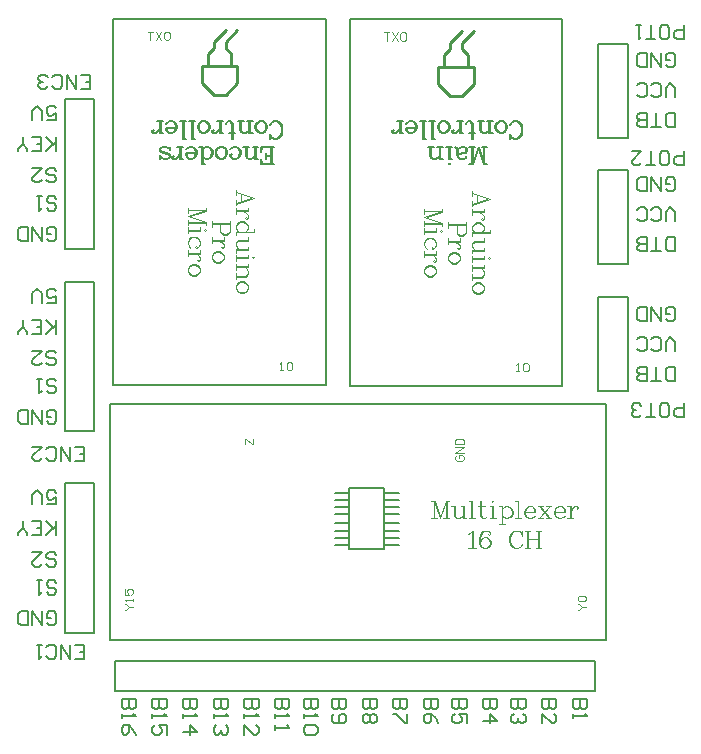
<source format=gto>
G04*
G04 #@! TF.GenerationSoftware,Altium Limited,Altium Designer,20.1.8 (145)*
G04*
G04 Layer_Color=65535*
%FSLAX25Y25*%
%MOIN*%
G70*
G04*
G04 #@! TF.SameCoordinates,D239A609-AEFB-48DA-8D67-1FFB9F5ED150*
G04*
G04*
G04 #@! TF.FilePolarity,Positive*
G04*
G01*
G75*
%ADD10C,0.00787*%
%ADD11C,0.01000*%
%ADD12C,0.00394*%
%ADD13C,0.00591*%
D10*
X40354Y40354D02*
Y119095D01*
Y40354D02*
X205709D01*
X40354Y119095D02*
X205709D01*
Y40354D02*
Y119095D01*
X119882Y70669D02*
Y91142D01*
X131693Y70669D02*
Y91142D01*
X119882Y70669D02*
X131693D01*
X115157Y72244D02*
X119882D01*
X131693D02*
X136417D01*
X115157Y79331D02*
X119882D01*
X115157Y76968D02*
X119882D01*
X115157Y74606D02*
X119882D01*
X131693Y79331D02*
X136417D01*
X131693Y76968D02*
X136417D01*
X131693Y74606D02*
X136417D01*
X115157Y87205D02*
X119882D01*
X115157Y84842D02*
X119882D01*
X115157Y82480D02*
X119882D01*
X131693Y87205D02*
X136417D01*
X131693Y84842D02*
X136417D01*
X131693Y82480D02*
X136417D01*
X119882Y91142D02*
X131693D01*
X115157Y89567D02*
X119882D01*
X131693D02*
X136417D01*
X190945Y125276D02*
Y247323D01*
X120079Y125276D02*
X190945D01*
X120079D02*
Y247323D01*
X190945D01*
X41339Y247638D02*
X112205D01*
X41339Y125591D02*
Y247638D01*
Y125591D02*
X112205D01*
Y247638D01*
X41732Y23543D02*
X201850D01*
Y33543D01*
X41732D02*
X201850D01*
X41732Y23543D02*
Y33543D01*
X25276Y42835D02*
Y92716D01*
Y42835D02*
X35000D01*
Y92716D01*
X25276D02*
X35000D01*
X25276Y170866D02*
Y220748D01*
Y170866D02*
X35000D01*
Y220748D01*
X25276D02*
X35000D01*
X203000Y123465D02*
X213000D01*
X203000D02*
Y154764D01*
X213000D01*
Y123465D02*
Y154764D01*
X203000Y165701D02*
X213000D01*
X203000D02*
Y197000D01*
X213000D01*
Y165701D02*
Y197000D01*
X25276Y110000D02*
Y159882D01*
Y110000D02*
X35000D01*
Y159882D01*
X25276D02*
X35000D01*
X203000Y207701D02*
X213000D01*
X203000D02*
Y239000D01*
X213000D01*
Y207701D02*
Y239000D01*
X188975Y20669D02*
X184252D01*
Y18308D01*
X185039Y17521D01*
X185826D01*
X186613Y18308D01*
Y20669D01*
Y18308D01*
X187400Y17521D01*
X188188D01*
X188975Y18308D01*
Y20669D01*
X184252Y12798D02*
Y15947D01*
X187400Y12798D01*
X188188D01*
X188975Y13585D01*
Y15159D01*
X188188Y15947D01*
X199211Y20669D02*
X194488D01*
Y18308D01*
X195275Y17521D01*
X196062D01*
X196850Y18308D01*
Y20669D01*
Y18308D01*
X197637Y17521D01*
X198424D01*
X199211Y18308D01*
Y20669D01*
X194488Y15947D02*
Y14372D01*
Y15159D01*
X199211D01*
X198424Y15947D01*
X178739Y20669D02*
X174016D01*
Y18308D01*
X174803Y17521D01*
X175590D01*
X176377Y18308D01*
Y20669D01*
Y18308D01*
X177164Y17521D01*
X177952D01*
X178739Y18308D01*
Y20669D01*
X177952Y15947D02*
X178739Y15159D01*
Y13585D01*
X177952Y12798D01*
X177164D01*
X176377Y13585D01*
Y14372D01*
Y13585D01*
X175590Y12798D01*
X174803D01*
X174016Y13585D01*
Y15159D01*
X174803Y15947D01*
X159054Y20669D02*
X154331D01*
Y18308D01*
X155118Y17521D01*
X155905D01*
X156692Y18308D01*
Y20669D01*
Y18308D01*
X157479Y17521D01*
X158266D01*
X159054Y18308D01*
Y20669D01*
Y12798D02*
Y15946D01*
X156692D01*
X157479Y14372D01*
Y13585D01*
X156692Y12798D01*
X155118D01*
X154331Y13585D01*
Y15159D01*
X155118Y15946D01*
X169290Y20669D02*
X164567D01*
Y18308D01*
X165354Y17521D01*
X166141D01*
X166928Y18308D01*
Y20669D01*
Y18308D01*
X167716Y17521D01*
X168503D01*
X169290Y18308D01*
Y20669D01*
X164567Y13585D02*
X169290D01*
X166928Y15946D01*
Y12798D01*
X139368Y20669D02*
X134646D01*
Y18308D01*
X135433Y17521D01*
X136220D01*
X137007Y18308D01*
Y20669D01*
Y18308D01*
X137794Y17521D01*
X138581D01*
X139368Y18308D01*
Y20669D01*
Y15946D02*
Y12798D01*
X138581D01*
X135433Y15946D01*
X134646D01*
X149605Y20669D02*
X144882D01*
Y18308D01*
X145669Y17521D01*
X146456D01*
X147243Y18308D01*
Y20669D01*
Y18308D01*
X148030Y17521D01*
X148818D01*
X149605Y18308D01*
Y20669D01*
Y12798D02*
X148818Y14372D01*
X147243Y15946D01*
X145669D01*
X144882Y15159D01*
Y13585D01*
X145669Y12798D01*
X146456D01*
X147243Y13585D01*
Y15946D01*
X129132Y20669D02*
X124409D01*
Y18308D01*
X125197Y17521D01*
X125984D01*
X126771Y18308D01*
Y20669D01*
Y18308D01*
X127558Y17521D01*
X128345D01*
X129132Y18308D01*
Y20669D01*
X128345Y15946D02*
X129132Y15159D01*
Y13585D01*
X128345Y12798D01*
X127558D01*
X126771Y13585D01*
X125984Y12798D01*
X125197D01*
X124409Y13585D01*
Y15159D01*
X125197Y15946D01*
X125984D01*
X126771Y15159D01*
X127558Y15946D01*
X128345D01*
X126771Y15159D02*
Y13585D01*
X109447Y20669D02*
X104724D01*
Y18308D01*
X105512Y17521D01*
X106299D01*
X107086Y18308D01*
Y20669D01*
Y18308D01*
X107873Y17521D01*
X108660D01*
X109447Y18308D01*
Y20669D01*
X104724Y15946D02*
Y14372D01*
Y15159D01*
X109447D01*
X108660Y15946D01*
Y12011D02*
X109447Y11224D01*
Y9649D01*
X108660Y8862D01*
X105512D01*
X104724Y9649D01*
Y11224D01*
X105512Y12011D01*
X108660D01*
X118896Y20669D02*
X114173D01*
Y18308D01*
X114960Y17521D01*
X115747D01*
X116535Y18308D01*
Y20669D01*
Y18308D01*
X117322Y17521D01*
X118109D01*
X118896Y18308D01*
Y20669D01*
X114960Y15946D02*
X114173Y15159D01*
Y13585D01*
X114960Y12798D01*
X118109D01*
X118896Y13585D01*
Y15159D01*
X118109Y15946D01*
X117322D01*
X116535Y15159D01*
Y12798D01*
X89762Y20669D02*
X85039D01*
Y18308D01*
X85826Y17521D01*
X86614D01*
X87401Y18308D01*
Y20669D01*
Y18308D01*
X88188Y17521D01*
X88975D01*
X89762Y18308D01*
Y20669D01*
X85039Y15946D02*
Y14372D01*
Y15159D01*
X89762D01*
X88975Y15946D01*
X85039Y8862D02*
Y12011D01*
X88188Y8862D01*
X88975D01*
X89762Y9649D01*
Y11224D01*
X88975Y12011D01*
X99998Y20669D02*
X95276D01*
Y18308D01*
X96063Y17521D01*
X96850D01*
X97637Y18308D01*
Y20669D01*
Y18308D01*
X98424Y17521D01*
X99211D01*
X99998Y18308D01*
Y20669D01*
X95276Y15946D02*
Y14372D01*
Y15159D01*
X99998D01*
X99211Y15946D01*
X95276Y12011D02*
Y10436D01*
Y11224D01*
X99998D01*
X99211Y12011D01*
X79526Y20669D02*
X74803D01*
Y18308D01*
X75590Y17521D01*
X76377D01*
X77165Y18308D01*
Y20669D01*
Y18308D01*
X77952Y17521D01*
X78739D01*
X79526Y18308D01*
Y20669D01*
X74803Y15946D02*
Y14372D01*
Y15159D01*
X79526D01*
X78739Y15946D01*
Y12011D02*
X79526Y11224D01*
Y9649D01*
X78739Y8862D01*
X77952D01*
X77165Y9649D01*
Y10436D01*
Y9649D01*
X76377Y8862D01*
X75590D01*
X74803Y9649D01*
Y11224D01*
X75590Y12011D01*
X69290Y20669D02*
X64567D01*
Y18308D01*
X65354Y17521D01*
X66141D01*
X66928Y18308D01*
Y20669D01*
Y18308D01*
X67716Y17521D01*
X68503D01*
X69290Y18308D01*
Y20669D01*
X64567Y15946D02*
Y14372D01*
Y15159D01*
X69290D01*
X68503Y15946D01*
X64567Y9649D02*
X69290D01*
X66928Y12011D01*
Y8862D01*
X59054Y20669D02*
X54331D01*
Y18308D01*
X55118Y17521D01*
X55905D01*
X56692Y18308D01*
Y20669D01*
Y18308D01*
X57479Y17521D01*
X58267D01*
X59054Y18308D01*
Y20669D01*
X54331Y15946D02*
Y14372D01*
Y15159D01*
X59054D01*
X58267Y15946D01*
X59054Y8862D02*
Y12011D01*
X56692D01*
X57479Y10436D01*
Y9649D01*
X56692Y8862D01*
X55118D01*
X54331Y9649D01*
Y11224D01*
X55118Y12011D01*
X48817Y20669D02*
X44094D01*
Y18308D01*
X44882Y17521D01*
X45669D01*
X46456Y18308D01*
Y20669D01*
Y18308D01*
X47243Y17521D01*
X48030D01*
X48817Y18308D01*
Y20669D01*
X44094Y15946D02*
Y14372D01*
Y15159D01*
X48817D01*
X48030Y15946D01*
X48817Y8862D02*
X48030Y10436D01*
X46456Y12011D01*
X44882D01*
X44094Y11224D01*
Y9649D01*
X44882Y8862D01*
X45669D01*
X46456Y9649D01*
Y12011D01*
X19068Y46154D02*
X19856Y45367D01*
X21430D01*
X22217Y46154D01*
Y49303D01*
X21430Y50090D01*
X19856D01*
X19068Y49303D01*
Y47728D01*
X20643D01*
X17494Y50090D02*
Y45367D01*
X14345Y50090D01*
Y45367D01*
X12771D02*
Y50090D01*
X10410D01*
X9623Y49303D01*
Y46154D01*
X10410Y45367D01*
X12771D01*
X19069Y56390D02*
X19856Y55603D01*
X21430D01*
X22218Y56390D01*
Y57177D01*
X21430Y57964D01*
X19856D01*
X19069Y58751D01*
Y59539D01*
X19856Y60326D01*
X21430D01*
X22218Y59539D01*
X17495Y60326D02*
X15920D01*
X16707D01*
Y55603D01*
X17495Y56390D01*
X19024Y65738D02*
X19811Y64951D01*
X21385D01*
X22173Y65738D01*
Y66525D01*
X21385Y67312D01*
X19811D01*
X19024Y68099D01*
Y68886D01*
X19811Y69673D01*
X21385D01*
X22173Y68886D01*
X14301Y69673D02*
X17450D01*
X14301Y66525D01*
Y65738D01*
X15088Y64951D01*
X16662D01*
X17450Y65738D01*
X22100Y75317D02*
Y80040D01*
Y78465D01*
X18951Y75317D01*
X21313Y77678D01*
X18951Y80040D01*
X14229Y75317D02*
X17377D01*
Y80040D01*
X14229D01*
X17377Y77678D02*
X15803D01*
X12654Y75317D02*
Y76104D01*
X11080Y77678D01*
X9506Y76104D01*
Y75317D01*
X11080Y77678D02*
Y80040D01*
X19096Y85679D02*
X22245D01*
Y88041D01*
X20671Y87253D01*
X19883D01*
X19096Y88041D01*
Y89615D01*
X19883Y90402D01*
X21458D01*
X22245Y89615D01*
X17522Y85679D02*
Y88828D01*
X15948Y90402D01*
X14373Y88828D01*
Y85679D01*
X19068Y174186D02*
X19855Y173399D01*
X21430D01*
X22217Y174186D01*
Y177334D01*
X21430Y178122D01*
X19855D01*
X19068Y177334D01*
Y175760D01*
X20643D01*
X17494Y178122D02*
Y173399D01*
X14345Y178122D01*
Y173399D01*
X12771D02*
Y178122D01*
X10410D01*
X9623Y177334D01*
Y174186D01*
X10410Y173399D01*
X12771D01*
X19069Y184422D02*
X19856Y183634D01*
X21430D01*
X22218Y184422D01*
Y185209D01*
X21430Y185996D01*
X19856D01*
X19069Y186783D01*
Y187570D01*
X19856Y188357D01*
X21430D01*
X22218Y187570D01*
X17495Y188357D02*
X15920D01*
X16707D01*
Y183634D01*
X17495Y184422D01*
X19024Y193769D02*
X19811Y192982D01*
X21385D01*
X22173Y193769D01*
Y194556D01*
X21385Y195343D01*
X19811D01*
X19024Y196131D01*
Y196918D01*
X19811Y197705D01*
X21385D01*
X22173Y196918D01*
X14301Y197705D02*
X17450D01*
X14301Y194556D01*
Y193769D01*
X15088Y192982D01*
X16662D01*
X17450Y193769D01*
X22100Y203348D02*
Y208071D01*
Y206497D01*
X18951Y203348D01*
X21313Y205710D01*
X18951Y208071D01*
X14229Y203348D02*
X17377D01*
Y208071D01*
X14229D01*
X17377Y205710D02*
X15803D01*
X12654Y203348D02*
Y204135D01*
X11080Y205710D01*
X9506Y204135D01*
Y203348D01*
X11080Y205710D02*
Y208071D01*
X19096Y213711D02*
X22245D01*
Y216072D01*
X20671Y215285D01*
X19883D01*
X19096Y216072D01*
Y217646D01*
X19883Y218433D01*
X21458D01*
X22245Y217646D01*
X17522Y213711D02*
Y216859D01*
X15948Y218433D01*
X14373Y216859D01*
Y213711D01*
X228551Y126710D02*
Y131433D01*
X226190D01*
X225403Y130646D01*
Y127497D01*
X226190Y126710D01*
X228551D01*
X223828D02*
X220680D01*
X222254D01*
Y131433D01*
X219105Y126710D02*
Y131433D01*
X216744D01*
X215957Y130646D01*
Y129859D01*
X216744Y129072D01*
X219105D01*
X216744D01*
X215957Y128285D01*
Y127497D01*
X216744Y126710D01*
X219105D01*
X225403Y147497D02*
X226190Y146710D01*
X227764D01*
X228551Y147497D01*
Y150646D01*
X227764Y151433D01*
X226190D01*
X225403Y150646D01*
Y149072D01*
X226977D01*
X223828Y151433D02*
Y146710D01*
X220680Y151433D01*
Y146710D01*
X219105D02*
Y151433D01*
X216744D01*
X215957Y150646D01*
Y147497D01*
X216744Y146710D01*
X219105D01*
X228551Y136710D02*
Y139859D01*
X226977Y141433D01*
X225403Y139859D01*
Y136710D01*
X220680Y137497D02*
X221467Y136710D01*
X223041D01*
X223828Y137497D01*
Y140646D01*
X223041Y141433D01*
X221467D01*
X220680Y140646D01*
X215957Y137497D02*
X216744Y136710D01*
X218318D01*
X219105Y137497D01*
Y140646D01*
X218318Y141433D01*
X216744D01*
X215957Y140646D01*
X228551Y170017D02*
Y174740D01*
X226190D01*
X225403Y173953D01*
Y170804D01*
X226190Y170017D01*
X228551D01*
X223828D02*
X220680D01*
X222254D01*
Y174740D01*
X219105Y170017D02*
Y174740D01*
X216744D01*
X215957Y173953D01*
Y173166D01*
X216744Y172379D01*
X219105D01*
X216744D01*
X215957Y171592D01*
Y170804D01*
X216744Y170017D01*
X219105D01*
X225403Y190804D02*
X226190Y190017D01*
X227764D01*
X228551Y190804D01*
Y193953D01*
X227764Y194740D01*
X226190D01*
X225403Y193953D01*
Y192379D01*
X226977D01*
X223828Y194740D02*
Y190017D01*
X220680Y194740D01*
Y190017D01*
X219105D02*
Y194740D01*
X216744D01*
X215957Y193953D01*
Y190804D01*
X216744Y190017D01*
X219105D01*
X228551Y180017D02*
Y183166D01*
X226977Y184740D01*
X225403Y183166D01*
Y180017D01*
X220680Y180804D02*
X221467Y180017D01*
X223041D01*
X223828Y180804D01*
Y183953D01*
X223041Y184740D01*
X221467D01*
X220680Y183953D01*
X215957Y180804D02*
X216744Y180017D01*
X218318D01*
X219105Y180804D01*
Y183953D01*
X218318Y184740D01*
X216744D01*
X215957Y183953D01*
X19068Y113320D02*
X19856Y112532D01*
X21430D01*
X22217Y113320D01*
Y116468D01*
X21430Y117255D01*
X19856D01*
X19068Y116468D01*
Y114894D01*
X20643D01*
X17494Y117255D02*
Y112532D01*
X14346Y117255D01*
Y112532D01*
X12771D02*
Y117255D01*
X10410D01*
X9623Y116468D01*
Y113320D01*
X10410Y112532D01*
X12771D01*
X19069Y123555D02*
X19856Y122768D01*
X21430D01*
X22218Y123555D01*
Y124342D01*
X21430Y125129D01*
X19856D01*
X19069Y125917D01*
Y126704D01*
X19856Y127491D01*
X21430D01*
X22218Y126704D01*
X17495Y127491D02*
X15920D01*
X16707D01*
Y122768D01*
X17495Y123555D01*
X19024Y132903D02*
X19811Y132116D01*
X21385D01*
X22173Y132903D01*
Y133690D01*
X21385Y134477D01*
X19811D01*
X19024Y135265D01*
Y136052D01*
X19811Y136839D01*
X21385D01*
X22173Y136052D01*
X14301Y136839D02*
X17450D01*
X14301Y133690D01*
Y132903D01*
X15088Y132116D01*
X16662D01*
X17450Y132903D01*
X22100Y142482D02*
Y147205D01*
Y145631D01*
X18951Y142482D01*
X21313Y144843D01*
X18951Y147205D01*
X14229Y142482D02*
X17377D01*
Y147205D01*
X14229D01*
X17377Y144843D02*
X15803D01*
X12654Y142482D02*
Y143269D01*
X11080Y144843D01*
X9506Y143269D01*
Y142482D01*
X11080Y144843D02*
Y147205D01*
X19096Y152845D02*
X22245D01*
Y155206D01*
X20671Y154419D01*
X19883D01*
X19096Y155206D01*
Y156780D01*
X19883Y157567D01*
X21458D01*
X22245Y156780D01*
X17522Y152845D02*
Y155993D01*
X15948Y157567D01*
X14373Y155993D01*
Y152845D01*
X228551Y211450D02*
Y216173D01*
X226190D01*
X225403Y215386D01*
Y212238D01*
X226190Y211450D01*
X228551D01*
X223828D02*
X220680D01*
X222254D01*
Y216173D01*
X219105Y211450D02*
Y216173D01*
X216744D01*
X215957Y215386D01*
Y214599D01*
X216744Y213812D01*
X219105D01*
X216744D01*
X215957Y213025D01*
Y212238D01*
X216744Y211450D01*
X219105D01*
X225403Y232238D02*
X226190Y231450D01*
X227764D01*
X228551Y232238D01*
Y235386D01*
X227764Y236173D01*
X226190D01*
X225403Y235386D01*
Y233812D01*
X226977D01*
X223828Y236173D02*
Y231450D01*
X220680Y236173D01*
Y231450D01*
X219105D02*
Y236173D01*
X216744D01*
X215957Y235386D01*
Y232238D01*
X216744Y231450D01*
X219105D01*
X228551Y221450D02*
Y224599D01*
X226977Y226173D01*
X225403Y224599D01*
Y221450D01*
X220680Y222237D02*
X221467Y221450D01*
X223041D01*
X223828Y222237D01*
Y225386D01*
X223041Y226173D01*
X221467D01*
X220680Y225386D01*
X215957Y222237D02*
X216744Y221450D01*
X218318D01*
X219105Y222237D01*
Y225386D01*
X218318Y226173D01*
X216744D01*
X215957Y225386D01*
D11*
X151575Y235512D02*
X153543Y237480D01*
Y239449D01*
X157480Y237480D02*
X159449Y235512D01*
X157480Y237480D02*
Y237480D01*
Y239449D01*
X149606Y231575D02*
X151575D01*
X157480D02*
X161417D01*
X153543Y221732D02*
X157480D01*
X151575Y231575D02*
X159449D01*
X149606Y225669D02*
Y231575D01*
X151575D02*
Y235512D01*
X157480Y239449D02*
X161417Y243386D01*
X159449Y231575D02*
Y235512D01*
X161417Y225669D02*
Y231575D01*
X153543Y239449D02*
X157480Y243386D01*
X149606Y225669D02*
X153543Y221732D01*
X157480D02*
X161417Y225669D01*
X78740Y222047D02*
X82677Y225984D01*
X70866D02*
X74803Y222047D01*
Y239764D02*
X78740Y243701D01*
X82677Y225984D02*
Y231890D01*
X80709D02*
Y235827D01*
X78740Y239764D02*
X82677Y243701D01*
X72835Y231890D02*
Y235827D01*
X70866Y225984D02*
Y231890D01*
X72835D02*
X80709D01*
X74803Y222047D02*
X78740D01*
Y231890D02*
X82677D01*
X70866D02*
X72835D01*
X78740Y237795D02*
Y239764D01*
Y237795D02*
Y237795D01*
Y237795D02*
X80709Y235827D01*
X74803Y237795D02*
Y239764D01*
X72835Y235827D02*
X74803Y237795D01*
D12*
X88106Y187848D02*
X82202Y189816D01*
X88106Y187848D02*
X82202Y185880D01*
X87262Y187848D02*
X82202Y186161D01*
X83889Y189254D02*
Y186724D01*
X82202Y190379D02*
Y188692D01*
Y187005D02*
Y185318D01*
X86138Y183715D02*
X82202D01*
X86138Y183434D02*
X82202D01*
X84451D02*
X85294Y183153D01*
X85857Y182591D01*
X86138Y182028D01*
Y181185D01*
X85857Y180904D01*
X85575D01*
X85294Y181185D01*
X85575Y181466D01*
X85857Y181185D01*
X86138Y184559D02*
Y183434D01*
X82202Y184559D02*
Y182591D01*
X88106Y176630D02*
X82202D01*
X88106Y176349D02*
X82202D01*
X85294Y176630D02*
X85857Y177193D01*
X86138Y177755D01*
Y178317D01*
X85857Y179161D01*
X85294Y179723D01*
X84451Y180004D01*
X83889D01*
X83045Y179723D01*
X82483Y179161D01*
X82202Y178317D01*
Y177755D01*
X82483Y177193D01*
X83045Y176630D01*
X86138Y178317D02*
X85857Y178879D01*
X85294Y179442D01*
X84451Y179723D01*
X83889D01*
X83045Y179442D01*
X82483Y178879D01*
X82202Y178317D01*
X88106Y177474D02*
Y176349D01*
X82202Y176630D02*
Y175506D01*
X86138Y173847D02*
X83045D01*
X82483Y173566D01*
X82202Y172722D01*
Y172160D01*
X82483Y171317D01*
X83045Y170754D01*
X86138Y173566D02*
X83045D01*
X82483Y173285D01*
X82202Y172722D01*
X86138Y170754D02*
X82202D01*
X86138Y170473D02*
X82202D01*
X86138Y174690D02*
Y173566D01*
Y171598D02*
Y170473D01*
X82202Y170754D02*
Y169630D01*
X88106Y168027D02*
X87825Y168308D01*
X87544Y168027D01*
X87825Y167746D01*
X88106Y168027D01*
X86138D02*
X82202D01*
X86138Y167746D02*
X82202D01*
X86138Y168870D02*
Y167746D01*
X82202Y168870D02*
Y166902D01*
X86138Y164990D02*
X82202D01*
X86138Y164709D02*
X82202D01*
X85294D02*
X85857Y164147D01*
X86138Y163304D01*
Y162741D01*
X85857Y161898D01*
X85294Y161617D01*
X82202D01*
X86138Y162741D02*
X85857Y162179D01*
X85294Y161898D01*
X82202D01*
X86138Y165834D02*
Y164709D01*
X82202Y165834D02*
Y163866D01*
Y162741D02*
Y160773D01*
X86138Y158327D02*
X85857Y159171D01*
X85294Y159733D01*
X84451Y160014D01*
X83889D01*
X83045Y159733D01*
X82483Y159171D01*
X82202Y158327D01*
Y157765D01*
X82483Y156921D01*
X83045Y156359D01*
X83889Y156078D01*
X84451D01*
X85294Y156359D01*
X85857Y156921D01*
X86138Y157765D01*
Y158327D01*
X85857Y158889D01*
X85294Y159452D01*
X84451Y159733D01*
X83889D01*
X83045Y159452D01*
X82483Y158889D01*
X82202Y158327D01*
Y157765D02*
X82483Y157202D01*
X83045Y156640D01*
X83889Y156359D01*
X84451D01*
X85294Y156640D01*
X85857Y157202D01*
X86138Y157765D01*
X80076Y179414D02*
X74172D01*
X80076Y179133D02*
X74172D01*
X80076Y180257D02*
Y176883D01*
X79795Y176040D01*
X79514Y175759D01*
X78951Y175478D01*
X78108D01*
X77546Y175759D01*
X77264Y176040D01*
X76983Y176883D01*
Y179133D01*
X80076Y176883D02*
X79795Y176321D01*
X79514Y176040D01*
X78951Y175759D01*
X78108D01*
X77546Y176040D01*
X77264Y176321D01*
X76983Y176883D01*
X74172Y180257D02*
Y178289D01*
X78108Y173847D02*
X74172D01*
X78108Y173566D02*
X74172D01*
X76421D02*
X77264Y173285D01*
X77827Y172722D01*
X78108Y172160D01*
Y171317D01*
X77827Y171035D01*
X77546D01*
X77264Y171317D01*
X77546Y171598D01*
X77827Y171317D01*
X78108Y174690D02*
Y173566D01*
X74172Y174690D02*
Y172722D01*
X78108Y168449D02*
X77827Y169292D01*
X77264Y169854D01*
X76421Y170136D01*
X75859D01*
X75015Y169854D01*
X74453Y169292D01*
X74172Y168449D01*
Y167886D01*
X74453Y167043D01*
X75015Y166481D01*
X75859Y166200D01*
X76421D01*
X77264Y166481D01*
X77827Y167043D01*
X78108Y167886D01*
Y168449D01*
X77827Y169011D01*
X77264Y169573D01*
X76421Y169854D01*
X75859D01*
X75015Y169573D01*
X74453Y169011D01*
X74172Y168449D01*
Y167886D02*
X74453Y167324D01*
X75015Y166762D01*
X75859Y166481D01*
X76421D01*
X77264Y166762D01*
X77827Y167324D01*
X78108Y167886D01*
X72046Y183715D02*
X66142D01*
X72046Y183434D02*
X66985Y181747D01*
X72046Y183715D02*
X66142Y181747D01*
X72046Y179779D02*
X66142Y181747D01*
X72046Y179779D02*
X66142D01*
X72046Y179498D02*
X66142D01*
X72046Y184559D02*
Y183434D01*
Y179779D02*
Y178655D01*
X66142Y184559D02*
Y182872D01*
Y180623D02*
Y178655D01*
X72046Y177136D02*
X71765Y177418D01*
X71484Y177136D01*
X71765Y176855D01*
X72046Y177136D01*
X70078D02*
X66142D01*
X70078Y176855D02*
X66142D01*
X70078Y177980D02*
Y176855D01*
X66142Y177980D02*
Y176012D01*
X69234Y171570D02*
X68953Y171851D01*
X68672Y171570D01*
X68953Y171288D01*
X69234D01*
X69797Y171851D01*
X70078Y172413D01*
Y173256D01*
X69797Y174100D01*
X69234Y174662D01*
X68391Y174943D01*
X67829D01*
X66985Y174662D01*
X66423Y174100D01*
X66142Y173256D01*
Y172694D01*
X66423Y171851D01*
X66985Y171288D01*
X70078Y173256D02*
X69797Y173819D01*
X69234Y174381D01*
X68391Y174662D01*
X67829D01*
X66985Y174381D01*
X66423Y173819D01*
X66142Y173256D01*
X70078Y169545D02*
X66142D01*
X70078Y169264D02*
X66142D01*
X68391D02*
X69234Y168983D01*
X69797Y168421D01*
X70078Y167858D01*
Y167015D01*
X69797Y166734D01*
X69516D01*
X69234Y167015D01*
X69516Y167296D01*
X69797Y167015D01*
X70078Y170389D02*
Y169264D01*
X66142Y170389D02*
Y168421D01*
X70078Y164147D02*
X69797Y164990D01*
X69234Y165553D01*
X68391Y165834D01*
X67829D01*
X66985Y165553D01*
X66423Y164990D01*
X66142Y164147D01*
Y163585D01*
X66423Y162741D01*
X66985Y162179D01*
X67829Y161898D01*
X68391D01*
X69234Y162179D01*
X69797Y162741D01*
X70078Y163585D01*
Y164147D01*
X69797Y164709D01*
X69234Y165272D01*
X68391Y165553D01*
X67829D01*
X66985Y165272D01*
X66423Y164709D01*
X66142Y164147D01*
Y163585D02*
X66423Y163022D01*
X66985Y162460D01*
X67829Y162179D01*
X68391D01*
X69234Y162460D01*
X69797Y163022D01*
X70078Y163585D01*
X166846Y187533D02*
X160942Y189502D01*
X166846Y187533D02*
X160942Y185565D01*
X166003Y187533D02*
X160942Y185846D01*
X162629Y188939D02*
Y186409D01*
X160942Y190064D02*
Y188377D01*
Y186690D02*
Y185003D01*
X164878Y183400D02*
X160942D01*
X164878Y183119D02*
X160942D01*
X163191D02*
X164034Y182838D01*
X164597Y182276D01*
X164878Y181713D01*
Y180870D01*
X164597Y180589D01*
X164316D01*
X164034Y180870D01*
X164316Y181151D01*
X164597Y180870D01*
X164878Y184244D02*
Y183119D01*
X160942Y184244D02*
Y182276D01*
X166846Y176315D02*
X160942D01*
X166846Y176034D02*
X160942D01*
X164034Y176315D02*
X164597Y176878D01*
X164878Y177440D01*
Y178002D01*
X164597Y178846D01*
X164034Y179408D01*
X163191Y179689D01*
X162629D01*
X161785Y179408D01*
X161223Y178846D01*
X160942Y178002D01*
Y177440D01*
X161223Y176878D01*
X161785Y176315D01*
X164878Y178002D02*
X164597Y178565D01*
X164034Y179127D01*
X163191Y179408D01*
X162629D01*
X161785Y179127D01*
X161223Y178565D01*
X160942Y178002D01*
X166846Y177159D02*
Y176034D01*
X160942Y176315D02*
Y175191D01*
X164878Y173532D02*
X161785D01*
X161223Y173251D01*
X160942Y172407D01*
Y171845D01*
X161223Y171002D01*
X161785Y170439D01*
X164878Y173251D02*
X161785D01*
X161223Y172970D01*
X160942Y172407D01*
X164878Y170439D02*
X160942D01*
X164878Y170158D02*
X160942D01*
X164878Y174375D02*
Y173251D01*
Y171283D02*
Y170158D01*
X160942Y170439D02*
Y169315D01*
X166846Y167712D02*
X166565Y167993D01*
X166284Y167712D01*
X166565Y167431D01*
X166846Y167712D01*
X164878D02*
X160942D01*
X164878Y167431D02*
X160942D01*
X164878Y168555D02*
Y167431D01*
X160942Y168555D02*
Y166587D01*
X164878Y164675D02*
X160942D01*
X164878Y164394D02*
X160942D01*
X164034D02*
X164597Y163832D01*
X164878Y162989D01*
Y162426D01*
X164597Y161583D01*
X164034Y161302D01*
X160942D01*
X164878Y162426D02*
X164597Y161864D01*
X164034Y161583D01*
X160942D01*
X164878Y165519D02*
Y164394D01*
X160942Y165519D02*
Y163551D01*
Y162426D02*
Y160458D01*
X164878Y158012D02*
X164597Y158856D01*
X164034Y159418D01*
X163191Y159699D01*
X162629D01*
X161785Y159418D01*
X161223Y158856D01*
X160942Y158012D01*
Y157450D01*
X161223Y156606D01*
X161785Y156044D01*
X162629Y155763D01*
X163191D01*
X164034Y156044D01*
X164597Y156606D01*
X164878Y157450D01*
Y158012D01*
X164597Y158574D01*
X164034Y159137D01*
X163191Y159418D01*
X162629D01*
X161785Y159137D01*
X161223Y158574D01*
X160942Y158012D01*
Y157450D02*
X161223Y156888D01*
X161785Y156325D01*
X162629Y156044D01*
X163191D01*
X164034Y156325D01*
X164597Y156888D01*
X164878Y157450D01*
X158816Y179099D02*
X152912D01*
X158816Y178818D02*
X152912D01*
X158816Y179942D02*
Y176568D01*
X158535Y175725D01*
X158254Y175444D01*
X157692Y175163D01*
X156848D01*
X156286Y175444D01*
X156005Y175725D01*
X155723Y176568D01*
Y178818D01*
X158816Y176568D02*
X158535Y176006D01*
X158254Y175725D01*
X157692Y175444D01*
X156848D01*
X156286Y175725D01*
X156005Y176006D01*
X155723Y176568D01*
X152912Y179942D02*
Y177974D01*
X156848Y173532D02*
X152912D01*
X156848Y173251D02*
X152912D01*
X155161D02*
X156005Y172970D01*
X156567Y172407D01*
X156848Y171845D01*
Y171002D01*
X156567Y170720D01*
X156286D01*
X156005Y171002D01*
X156286Y171283D01*
X156567Y171002D01*
X156848Y174375D02*
Y173251D01*
X152912Y174375D02*
Y172407D01*
X156848Y168134D02*
X156567Y168977D01*
X156005Y169539D01*
X155161Y169821D01*
X154599D01*
X153755Y169539D01*
X153193Y168977D01*
X152912Y168134D01*
Y167571D01*
X153193Y166728D01*
X153755Y166166D01*
X154599Y165884D01*
X155161D01*
X156005Y166166D01*
X156567Y166728D01*
X156848Y167571D01*
Y168134D01*
X156567Y168696D01*
X156005Y169258D01*
X155161Y169539D01*
X154599D01*
X153755Y169258D01*
X153193Y168696D01*
X152912Y168134D01*
Y167571D02*
X153193Y167009D01*
X153755Y166447D01*
X154599Y166166D01*
X155161D01*
X156005Y166447D01*
X156567Y167009D01*
X156848Y167571D01*
X150786Y183400D02*
X144882D01*
X150786Y183119D02*
X145725Y181432D01*
X150786Y183400D02*
X144882Y181432D01*
X150786Y179464D02*
X144882Y181432D01*
X150786Y179464D02*
X144882D01*
X150786Y179183D02*
X144882D01*
X150786Y184244D02*
Y183119D01*
Y179464D02*
Y178340D01*
X144882Y184244D02*
Y182557D01*
Y180308D02*
Y178340D01*
X150786Y176821D02*
X150505Y177103D01*
X150224Y176821D01*
X150505Y176540D01*
X150786Y176821D01*
X148818D02*
X144882D01*
X148818Y176540D02*
X144882D01*
X148818Y177665D02*
Y176540D01*
X144882Y177665D02*
Y175697D01*
X147975Y171255D02*
X147693Y171536D01*
X147412Y171255D01*
X147693Y170973D01*
X147975D01*
X148537Y171536D01*
X148818Y172098D01*
Y172942D01*
X148537Y173785D01*
X147975Y174347D01*
X147131Y174628D01*
X146569D01*
X145725Y174347D01*
X145163Y173785D01*
X144882Y172942D01*
Y172379D01*
X145163Y171536D01*
X145725Y170973D01*
X148818Y172942D02*
X148537Y173504D01*
X147975Y174066D01*
X147131Y174347D01*
X146569D01*
X145725Y174066D01*
X145163Y173504D01*
X144882Y172942D01*
X148818Y169230D02*
X144882D01*
X148818Y168949D02*
X144882D01*
X147131D02*
X147975Y168668D01*
X148537Y168106D01*
X148818Y167543D01*
Y166700D01*
X148537Y166419D01*
X148256D01*
X147975Y166700D01*
X148256Y166981D01*
X148537Y166700D01*
X148818Y170074D02*
Y168949D01*
X144882Y170074D02*
Y168106D01*
X148818Y163832D02*
X148537Y164675D01*
X147975Y165238D01*
X147131Y165519D01*
X146569D01*
X145725Y165238D01*
X145163Y164675D01*
X144882Y163832D01*
Y163270D01*
X145163Y162426D01*
X145725Y161864D01*
X146569Y161583D01*
X147131D01*
X147975Y161864D01*
X148537Y162426D01*
X148818Y163270D01*
Y163832D01*
X148537Y164394D01*
X147975Y164957D01*
X147131Y165238D01*
X146569D01*
X145725Y164957D01*
X145163Y164394D01*
X144882Y163832D01*
Y163270D02*
X145163Y162707D01*
X145725Y162145D01*
X146569Y161864D01*
X147131D01*
X147975Y162145D01*
X148537Y162707D01*
X148818Y163270D01*
X148219Y86965D02*
Y81061D01*
X148501Y86965D02*
X150187Y81905D01*
X148219Y86965D02*
X150187Y81061D01*
X152155Y86965D02*
X150187Y81061D01*
X152155Y86965D02*
Y81061D01*
X152437Y86965D02*
Y81061D01*
X147376Y86965D02*
X148501D01*
X152155D02*
X153280D01*
X147376Y81061D02*
X149063D01*
X151312D02*
X153280D01*
X154798Y84997D02*
Y81905D01*
X155079Y81342D01*
X155923Y81061D01*
X156485D01*
X157329Y81342D01*
X157891Y81905D01*
X155079Y84997D02*
Y81905D01*
X155361Y81342D01*
X155923Y81061D01*
X157891Y84997D02*
Y81061D01*
X158172Y84997D02*
Y81061D01*
X153955Y84997D02*
X155079D01*
X157048D02*
X158172D01*
X157891Y81061D02*
X159016D01*
X160618Y86965D02*
Y81061D01*
X160899Y86965D02*
Y81061D01*
X159775Y86965D02*
X160899D01*
X159775Y81061D02*
X161743D01*
X164498D02*
X164217Y81342D01*
X163936Y82186D01*
Y86965D01*
X163655D01*
Y82186D01*
X163936Y81342D01*
X164498Y81061D01*
X165060D01*
X165623Y81342D01*
X165904Y81905D01*
X162811Y84997D02*
X165060D01*
X167703Y86965D02*
X167422Y86684D01*
X167703Y86403D01*
X167984Y86684D01*
X167703Y86965D01*
Y84997D02*
Y81061D01*
X167984Y84997D02*
Y81061D01*
X166860Y84997D02*
X167984D01*
X166860Y81061D02*
X168828D01*
X170740Y84997D02*
Y79093D01*
X171021Y84997D02*
Y79093D01*
Y84154D02*
X171583Y84716D01*
X172146Y84997D01*
X172708D01*
X173551Y84716D01*
X174114Y84154D01*
X174395Y83310D01*
Y82748D01*
X174114Y81905D01*
X173551Y81342D01*
X172708Y81061D01*
X172146D01*
X171583Y81342D01*
X171021Y81905D01*
X172708Y84997D02*
X173270Y84716D01*
X173832Y84154D01*
X174114Y83310D01*
Y82748D01*
X173832Y81905D01*
X173270Y81342D01*
X172708Y81061D01*
X169896Y84997D02*
X171021D01*
X169896Y79093D02*
X171864D01*
X176054Y86965D02*
Y81061D01*
X176335Y86965D02*
Y81061D01*
X175210Y86965D02*
X176335D01*
X175210Y81061D02*
X177178D01*
X178528Y83310D02*
X181902D01*
Y83873D01*
X181621Y84435D01*
X181339Y84716D01*
X180777Y84997D01*
X179934D01*
X179090Y84716D01*
X178528Y84154D01*
X178247Y83310D01*
Y82748D01*
X178528Y81905D01*
X179090Y81342D01*
X179934Y81061D01*
X180496D01*
X181339Y81342D01*
X181902Y81905D01*
X181621Y83310D02*
Y84154D01*
X181339Y84716D01*
X179934Y84997D02*
X179371Y84716D01*
X178809Y84154D01*
X178528Y83310D01*
Y82748D01*
X178809Y81905D01*
X179371Y81342D01*
X179934Y81061D01*
X183364Y84997D02*
X186456Y81061D01*
X183645Y84997D02*
X186738Y81061D01*
Y84997D02*
X183364Y81061D01*
X182801Y84997D02*
X184488D01*
X185613D02*
X187300D01*
X182801Y81061D02*
X184488D01*
X185613D02*
X187300D01*
X188396Y83310D02*
X191770D01*
Y83873D01*
X191489Y84435D01*
X191208Y84716D01*
X190646Y84997D01*
X189802D01*
X188959Y84716D01*
X188396Y84154D01*
X188115Y83310D01*
Y82748D01*
X188396Y81905D01*
X188959Y81342D01*
X189802Y81061D01*
X190364D01*
X191208Y81342D01*
X191770Y81905D01*
X191489Y83310D02*
Y84154D01*
X191208Y84716D01*
X189802Y84997D02*
X189240Y84716D01*
X188678Y84154D01*
X188396Y83310D01*
Y82748D01*
X188678Y81905D01*
X189240Y81342D01*
X189802Y81061D01*
X193513Y84997D02*
Y81061D01*
X193795Y84997D02*
Y81061D01*
Y83310D02*
X194076Y84154D01*
X194638Y84716D01*
X195200Y84997D01*
X196044D01*
X196325Y84716D01*
Y84435D01*
X196044Y84154D01*
X195763Y84435D01*
X196044Y84716D01*
X192670Y84997D02*
X193795D01*
X192670Y81061D02*
X194638D01*
X159676Y75843D02*
X160239Y76124D01*
X161082Y76967D01*
Y71063D01*
X160801Y76686D02*
Y71063D01*
X159676D02*
X162207D01*
X166593Y76124D02*
X166312Y75843D01*
X166593Y75561D01*
X166874Y75843D01*
Y76124D01*
X166593Y76686D01*
X166031Y76967D01*
X165187D01*
X164344Y76686D01*
X163781Y76124D01*
X163500Y75561D01*
X163219Y74437D01*
Y72750D01*
X163500Y71906D01*
X164062Y71344D01*
X164906Y71063D01*
X165468D01*
X166312Y71344D01*
X166874Y71906D01*
X167155Y72750D01*
Y73031D01*
X166874Y73874D01*
X166312Y74437D01*
X165468Y74718D01*
X165187D01*
X164344Y74437D01*
X163781Y73874D01*
X163500Y73031D01*
X165187Y76967D02*
X164625Y76686D01*
X164062Y76124D01*
X163781Y75561D01*
X163500Y74437D01*
Y72750D01*
X163781Y71906D01*
X164344Y71344D01*
X164906Y71063D01*
X165468D02*
X166031Y71344D01*
X166593Y71906D01*
X166874Y72750D01*
Y73031D01*
X166593Y73874D01*
X166031Y74437D01*
X165468Y74718D01*
X177277Y76124D02*
X177558Y75280D01*
Y76967D01*
X177277Y76124D01*
X176714Y76686D01*
X175871Y76967D01*
X175309D01*
X174465Y76686D01*
X173903Y76124D01*
X173622Y75561D01*
X173340Y74718D01*
Y73312D01*
X173622Y72469D01*
X173903Y71906D01*
X174465Y71344D01*
X175309Y71063D01*
X175871D01*
X176714Y71344D01*
X177277Y71906D01*
X177558Y72469D01*
X175309Y76967D02*
X174746Y76686D01*
X174184Y76124D01*
X173903Y75561D01*
X173622Y74718D01*
Y73312D01*
X173903Y72469D01*
X174184Y71906D01*
X174746Y71344D01*
X175309Y71063D01*
X179245Y76967D02*
Y71063D01*
X179526Y76967D02*
Y71063D01*
X182900Y76967D02*
Y71063D01*
X183181Y76967D02*
Y71063D01*
X178401Y76967D02*
X180369D01*
X182056D02*
X184024D01*
X179526Y74156D02*
X182900D01*
X178401Y71063D02*
X180369D01*
X182056D02*
X184024D01*
X155775Y102035D02*
X155316Y101576D01*
Y100658D01*
X155775Y100199D01*
X157612D01*
X158071Y100658D01*
Y101576D01*
X157612Y102035D01*
X156693D01*
Y101117D01*
X158071Y102954D02*
X155316D01*
X158071Y104790D01*
X155316D01*
Y105709D02*
X158071D01*
Y107086D01*
X157612Y107545D01*
X155775D01*
X155316Y107086D01*
Y105709D01*
X45080Y50590D02*
X45539D01*
X46457Y51509D01*
X45539Y52427D01*
X45080D01*
X46457Y51509D02*
X47835D01*
Y53346D02*
Y54264D01*
Y53805D01*
X45080D01*
X45539Y53346D01*
X45080Y57478D02*
Y55641D01*
X46457D01*
X45998Y56560D01*
Y57019D01*
X46457Y57478D01*
X47376D01*
X47835Y57019D01*
Y56101D01*
X47376Y55641D01*
X85237Y105709D02*
Y107545D01*
X85696D01*
X87533Y105709D01*
X87992D01*
Y107545D01*
X196067Y50591D02*
X196526D01*
X197445Y51509D01*
X196526Y52427D01*
X196067D01*
X197445Y51509D02*
X198822D01*
X196526Y53346D02*
X196067Y53805D01*
Y54723D01*
X196526Y55182D01*
X198363D01*
X198822Y54723D01*
Y53805D01*
X198363Y53346D01*
X196526D01*
X131496Y242991D02*
X133333D01*
X132414D01*
Y240236D01*
X134251Y242991D02*
X136088Y240236D01*
Y242991D02*
X134251Y240236D01*
X137006Y242531D02*
X137465Y242991D01*
X138384D01*
X138843Y242531D01*
Y240695D01*
X138384Y240236D01*
X137465D01*
X137006Y240695D01*
Y242531D01*
X175591Y130000D02*
X176509D01*
X176050D01*
Y132755D01*
X175591Y132296D01*
X177886D02*
X178346Y132755D01*
X179264D01*
X179723Y132296D01*
Y130459D01*
X179264Y130000D01*
X178346D01*
X177886Y130459D01*
Y132296D01*
X96850Y130315D02*
X97769D01*
X97310D01*
Y133070D01*
X96850Y132611D01*
X99146D02*
X99605Y133070D01*
X100524D01*
X100983Y132611D01*
Y130774D01*
X100524Y130315D01*
X99605D01*
X99146Y130774D01*
Y132611D01*
X52756Y243306D02*
X54593D01*
X53674D01*
Y240551D01*
X55511Y243306D02*
X57348Y240551D01*
Y243306D02*
X55511Y240551D01*
X58266Y242846D02*
X58725Y243306D01*
X59643D01*
X60103Y242846D01*
Y241010D01*
X59643Y240551D01*
X58725D01*
X58266Y241010D01*
Y242846D01*
D13*
X94163Y199003D02*
Y204907D01*
X93881Y199003D02*
Y204907D01*
X92194Y200690D02*
Y202939D01*
X95006Y199003D02*
X90508D01*
Y200690D01*
X90789Y199003D01*
X93881Y201814D02*
X92194D01*
X95006Y204907D02*
X90508D01*
Y203220D01*
X90789Y204907D01*
X88849Y200971D02*
Y204907D01*
X88568Y200971D02*
Y204907D01*
Y201814D02*
X88005Y201252D01*
X87162Y200971D01*
X86599D01*
X85756Y201252D01*
X85475Y201814D01*
Y204907D01*
X86599Y200971D02*
X86037Y201252D01*
X85756Y201814D01*
Y204907D01*
X89692Y200971D02*
X88568D01*
X89692Y204907D02*
X87724D01*
X86599D02*
X84631D01*
X80498Y201814D02*
X80780Y202096D01*
X80498Y202377D01*
X80217Y202096D01*
Y201814D01*
X80780Y201252D01*
X81342Y200971D01*
X82185D01*
X83029Y201252D01*
X83591Y201814D01*
X83872Y202658D01*
Y203220D01*
X83591Y204064D01*
X83029Y204626D01*
X82185Y204907D01*
X81623D01*
X80780Y204626D01*
X80217Y204064D01*
X82185Y200971D02*
X82748Y201252D01*
X83310Y201814D01*
X83591Y202658D01*
Y203220D01*
X83310Y204064D01*
X82748Y204626D01*
X82185Y204907D01*
X77631Y200971D02*
X78474Y201252D01*
X79036Y201814D01*
X79318Y202658D01*
Y203220D01*
X79036Y204064D01*
X78474Y204626D01*
X77631Y204907D01*
X77068D01*
X76225Y204626D01*
X75663Y204064D01*
X75381Y203220D01*
Y202658D01*
X75663Y201814D01*
X76225Y201252D01*
X77068Y200971D01*
X77631D01*
X78193Y201252D01*
X78755Y201814D01*
X79036Y202658D01*
Y203220D01*
X78755Y204064D01*
X78193Y204626D01*
X77631Y204907D01*
X77068D02*
X76506Y204626D01*
X75944Y204064D01*
X75663Y203220D01*
Y202658D01*
X75944Y201814D01*
X76506Y201252D01*
X77068Y200971D01*
X71136Y199003D02*
Y204907D01*
X70855Y199003D02*
Y204907D01*
X71136Y201814D02*
X71698Y201252D01*
X72261Y200971D01*
X72823D01*
X73666Y201252D01*
X74229Y201814D01*
X74510Y202658D01*
Y203220D01*
X74229Y204064D01*
X73666Y204626D01*
X72823Y204907D01*
X72261D01*
X71698Y204626D01*
X71136Y204064D01*
X72823Y200971D02*
X73385Y201252D01*
X73948Y201814D01*
X74229Y202658D01*
Y203220D01*
X73948Y204064D01*
X73385Y204626D01*
X72823Y204907D01*
X71979Y199003D02*
X70855D01*
X71136Y204907D02*
X70011D01*
X68915Y202658D02*
X65541D01*
Y202096D01*
X65822Y201533D01*
X66103Y201252D01*
X66666Y200971D01*
X67509D01*
X68353Y201252D01*
X68915Y201814D01*
X69196Y202658D01*
Y203220D01*
X68915Y204064D01*
X68353Y204626D01*
X67509Y204907D01*
X66947D01*
X66103Y204626D01*
X65541Y204064D01*
X65822Y202658D02*
Y201814D01*
X66103Y201252D01*
X67509Y200971D02*
X68071Y201252D01*
X68634Y201814D01*
X68915Y202658D01*
Y203220D01*
X68634Y204064D01*
X68071Y204626D01*
X67509Y204907D01*
X63798Y200971D02*
Y204907D01*
X63517Y200971D02*
Y204907D01*
Y202658D02*
X63236Y201814D01*
X62673Y201252D01*
X62111Y200971D01*
X61268D01*
X60986Y201252D01*
Y201533D01*
X61268Y201814D01*
X61549Y201533D01*
X61268Y201252D01*
X64641Y200971D02*
X63517D01*
X64641Y204907D02*
X62673D01*
X57275Y201533D02*
X56994Y200971D01*
Y202096D01*
X57275Y201533D01*
X57556Y201252D01*
X58119Y200971D01*
X59243D01*
X59806Y201252D01*
X60087Y201533D01*
Y202096D01*
X59806Y202377D01*
X59243Y202658D01*
X57837Y203220D01*
X57275Y203501D01*
X56994Y203783D01*
X60087Y201814D02*
X59806Y202096D01*
X59243Y202377D01*
X57837Y202939D01*
X57275Y203220D01*
X56994Y203501D01*
Y204345D01*
X57275Y204626D01*
X57837Y204907D01*
X58962D01*
X59524Y204626D01*
X59806Y204345D01*
X60087Y203783D01*
Y204907D01*
X59806Y204345D01*
X93755Y208349D02*
X93474Y209192D01*
Y207505D01*
X93755Y208349D01*
X94317Y207786D01*
X95161Y207505D01*
X95723D01*
X96566Y207786D01*
X97129Y208349D01*
X97410Y208911D01*
X97691Y209754D01*
Y211160D01*
X97410Y212004D01*
X97129Y212566D01*
X96566Y213128D01*
X95723Y213409D01*
X95161D01*
X94317Y213128D01*
X93755Y212566D01*
X93474Y212004D01*
X95723Y207505D02*
X96285Y207786D01*
X96848Y208349D01*
X97129Y208911D01*
X97410Y209754D01*
Y211160D01*
X97129Y212004D01*
X96848Y212566D01*
X96285Y213128D01*
X95723Y213409D01*
X90943Y209473D02*
X91787Y209754D01*
X92349Y210317D01*
X92630Y211160D01*
Y211722D01*
X92349Y212566D01*
X91787Y213128D01*
X90943Y213409D01*
X90381D01*
X89538Y213128D01*
X88975Y212566D01*
X88694Y211722D01*
Y211160D01*
X88975Y210317D01*
X89538Y209754D01*
X90381Y209473D01*
X90943D01*
X91506Y209754D01*
X92068Y210317D01*
X92349Y211160D01*
Y211722D01*
X92068Y212566D01*
X91506Y213128D01*
X90943Y213409D01*
X90381D02*
X89819Y213128D01*
X89256Y212566D01*
X88975Y211722D01*
Y211160D01*
X89256Y210317D01*
X89819Y209754D01*
X90381Y209473D01*
X86979D02*
Y213409D01*
X86698Y209473D02*
Y213409D01*
Y210317D02*
X86136Y209754D01*
X85292Y209473D01*
X84730D01*
X83886Y209754D01*
X83605Y210317D01*
Y213409D01*
X84730Y209473D02*
X84167Y209754D01*
X83886Y210317D01*
Y213409D01*
X87823Y209473D02*
X86698D01*
X87823Y213409D02*
X85855D01*
X84730D02*
X82762D01*
X80316D02*
X80597Y213128D01*
X80878Y212285D01*
Y207505D01*
X81159D01*
Y212285D01*
X80878Y213128D01*
X80316Y213409D01*
X79753D01*
X79191Y213128D01*
X78910Y212566D01*
X82003Y209473D02*
X79753D01*
X77111D02*
Y213409D01*
X76829Y209473D02*
Y213409D01*
Y211160D02*
X76548Y210317D01*
X75986Y209754D01*
X75424Y209473D01*
X74580D01*
X74299Y209754D01*
Y210036D01*
X74580Y210317D01*
X74861Y210036D01*
X74580Y209754D01*
X77954Y209473D02*
X76829D01*
X77954Y213409D02*
X75986D01*
X71712Y209473D02*
X72556Y209754D01*
X73118Y210317D01*
X73399Y211160D01*
Y211722D01*
X73118Y212566D01*
X72556Y213128D01*
X71712Y213409D01*
X71150D01*
X70307Y213128D01*
X69744Y212566D01*
X69463Y211722D01*
Y211160D01*
X69744Y210317D01*
X70307Y209754D01*
X71150Y209473D01*
X71712D01*
X72275Y209754D01*
X72837Y210317D01*
X73118Y211160D01*
Y211722D01*
X72837Y212566D01*
X72275Y213128D01*
X71712Y213409D01*
X71150D02*
X70588Y213128D01*
X70025Y212566D01*
X69744Y211722D01*
Y211160D01*
X70025Y210317D01*
X70588Y209754D01*
X71150Y209473D01*
X67748Y207505D02*
Y213409D01*
X67467Y207505D02*
Y213409D01*
X68592Y207505D02*
X67467D01*
X68592Y213409D02*
X66624D01*
X64712Y207505D02*
Y213409D01*
X64430Y207505D02*
Y213409D01*
X65555Y207505D02*
X64430D01*
X65555Y213409D02*
X63587D01*
X62238Y211160D02*
X58864D01*
Y210598D01*
X59145Y210036D01*
X59426Y209754D01*
X59988Y209473D01*
X60832D01*
X61675Y209754D01*
X62238Y210317D01*
X62519Y211160D01*
Y211722D01*
X62238Y212566D01*
X61675Y213128D01*
X60832Y213409D01*
X60269D01*
X59426Y213128D01*
X58864Y212566D01*
X59145Y211160D02*
Y210317D01*
X59426Y209754D01*
X60832Y209473D02*
X61394Y209754D01*
X61956Y210317D01*
X62238Y211160D01*
Y211722D01*
X61956Y212566D01*
X61394Y213128D01*
X60832Y213409D01*
X57121Y209473D02*
Y213409D01*
X56839Y209473D02*
Y213409D01*
Y211160D02*
X56558Y210317D01*
X55996Y209754D01*
X55434Y209473D01*
X54590D01*
X54309Y209754D01*
Y210036D01*
X54590Y210317D01*
X54871Y210036D01*
X54590Y209754D01*
X57964Y209473D02*
X56839D01*
X57964Y213409D02*
X55996D01*
X165025Y199003D02*
Y204907D01*
X164744Y199003D02*
X163057Y204064D01*
X165025Y199003D02*
X163057Y204907D01*
X161089Y199003D02*
X163057Y204907D01*
X161089Y199003D02*
Y204907D01*
X160808Y199003D02*
Y204907D01*
X165868Y199003D02*
X164744D01*
X161089D02*
X159964D01*
X165868Y204907D02*
X164182D01*
X161932D02*
X159964D01*
X158727Y201533D02*
Y201814D01*
X159008D01*
Y201533D01*
X158727Y201252D01*
X158165Y200971D01*
X157040D01*
X156478Y201252D01*
X156197Y201533D01*
X155916Y202096D01*
Y204064D01*
X155634Y204626D01*
X155353Y204907D01*
X156197Y201533D02*
Y204064D01*
X155916Y204626D01*
X155353Y204907D01*
X155072D01*
X156197Y202096D02*
X156478Y202377D01*
X158165Y202658D01*
X159008Y202939D01*
X159290Y203501D01*
Y204064D01*
X159008Y204626D01*
X158165Y204907D01*
X157321D01*
X156759Y204626D01*
X156197Y204064D01*
X158165Y202658D02*
X158727Y202939D01*
X159008Y203501D01*
Y204064D01*
X158727Y204626D01*
X158165Y204907D01*
X153385Y199003D02*
X153666Y199284D01*
X153385Y199565D01*
X153104Y199284D01*
X153385Y199003D01*
Y200971D02*
Y204907D01*
X153104Y200971D02*
Y204907D01*
X154229Y200971D02*
X153104D01*
X154229Y204907D02*
X152261D01*
X150349Y200971D02*
Y204907D01*
X150068Y200971D02*
Y204907D01*
Y201814D02*
X149505Y201252D01*
X148662Y200971D01*
X148100D01*
X147256Y201252D01*
X146975Y201814D01*
Y204907D01*
X148100Y200971D02*
X147537Y201252D01*
X147256Y201814D01*
Y204907D01*
X151192Y200971D02*
X150068D01*
X151192Y204907D02*
X149224D01*
X148100D02*
X146132D01*
X173755Y208349D02*
X173474Y209192D01*
Y207505D01*
X173755Y208349D01*
X174317Y207786D01*
X175161Y207505D01*
X175723D01*
X176566Y207786D01*
X177129Y208349D01*
X177410Y208911D01*
X177691Y209754D01*
Y211160D01*
X177410Y212004D01*
X177129Y212566D01*
X176566Y213128D01*
X175723Y213409D01*
X175161D01*
X174317Y213128D01*
X173755Y212566D01*
X173474Y212004D01*
X175723Y207505D02*
X176285Y207786D01*
X176848Y208349D01*
X177129Y208911D01*
X177410Y209754D01*
Y211160D01*
X177129Y212004D01*
X176848Y212566D01*
X176285Y213128D01*
X175723Y213409D01*
X170943Y209473D02*
X171787Y209754D01*
X172349Y210317D01*
X172630Y211160D01*
Y211722D01*
X172349Y212566D01*
X171787Y213128D01*
X170943Y213409D01*
X170381D01*
X169538Y213128D01*
X168975Y212566D01*
X168694Y211722D01*
Y211160D01*
X168975Y210317D01*
X169538Y209754D01*
X170381Y209473D01*
X170943D01*
X171506Y209754D01*
X172068Y210317D01*
X172349Y211160D01*
Y211722D01*
X172068Y212566D01*
X171506Y213128D01*
X170943Y213409D01*
X170381D02*
X169819Y213128D01*
X169256Y212566D01*
X168975Y211722D01*
Y211160D01*
X169256Y210317D01*
X169819Y209754D01*
X170381Y209473D01*
X166979D02*
Y213409D01*
X166698Y209473D02*
Y213409D01*
Y210317D02*
X166136Y209754D01*
X165292Y209473D01*
X164730D01*
X163886Y209754D01*
X163605Y210317D01*
Y213409D01*
X164730Y209473D02*
X164167Y209754D01*
X163886Y210317D01*
Y213409D01*
X167823Y209473D02*
X166698D01*
X167823Y213409D02*
X165855D01*
X164730D02*
X162762D01*
X160316D02*
X160597Y213128D01*
X160878Y212285D01*
Y207505D01*
X161159D01*
Y212285D01*
X160878Y213128D01*
X160316Y213409D01*
X159753D01*
X159191Y213128D01*
X158910Y212566D01*
X162003Y209473D02*
X159753D01*
X157111D02*
Y213409D01*
X156829Y209473D02*
Y213409D01*
Y211160D02*
X156548Y210317D01*
X155986Y209754D01*
X155424Y209473D01*
X154580D01*
X154299Y209754D01*
Y210036D01*
X154580Y210317D01*
X154861Y210036D01*
X154580Y209754D01*
X157954Y209473D02*
X156829D01*
X157954Y213409D02*
X155986D01*
X151712Y209473D02*
X152556Y209754D01*
X153118Y210317D01*
X153399Y211160D01*
Y211722D01*
X153118Y212566D01*
X152556Y213128D01*
X151712Y213409D01*
X151150D01*
X150307Y213128D01*
X149744Y212566D01*
X149463Y211722D01*
Y211160D01*
X149744Y210317D01*
X150307Y209754D01*
X151150Y209473D01*
X151712D01*
X152275Y209754D01*
X152837Y210317D01*
X153118Y211160D01*
Y211722D01*
X152837Y212566D01*
X152275Y213128D01*
X151712Y213409D01*
X151150D02*
X150588Y213128D01*
X150025Y212566D01*
X149744Y211722D01*
Y211160D01*
X150025Y210317D01*
X150588Y209754D01*
X151150Y209473D01*
X147748Y207505D02*
Y213409D01*
X147467Y207505D02*
Y213409D01*
X148592Y207505D02*
X147467D01*
X148592Y213409D02*
X146624D01*
X144712Y207505D02*
Y213409D01*
X144430Y207505D02*
Y213409D01*
X145555Y207505D02*
X144430D01*
X145555Y213409D02*
X143587D01*
X142237Y211160D02*
X138864D01*
Y210598D01*
X139145Y210036D01*
X139426Y209754D01*
X139988Y209473D01*
X140832D01*
X141675Y209754D01*
X142237Y210317D01*
X142519Y211160D01*
Y211722D01*
X142237Y212566D01*
X141675Y213128D01*
X140832Y213409D01*
X140269D01*
X139426Y213128D01*
X138864Y212566D01*
X139145Y211160D02*
Y210317D01*
X139426Y209754D01*
X140832Y209473D02*
X141394Y209754D01*
X141956Y210317D01*
X142237Y211160D01*
Y211722D01*
X141956Y212566D01*
X141394Y213128D01*
X140832Y213409D01*
X137120Y209473D02*
Y213409D01*
X136839Y209473D02*
Y213409D01*
Y211160D02*
X136558Y210317D01*
X135996Y209754D01*
X135433Y209473D01*
X134590D01*
X134309Y209754D01*
Y210036D01*
X134590Y210317D01*
X134871Y210036D01*
X134590Y209754D01*
X137964Y209473D02*
X136839D01*
X137964Y213409D02*
X135996D01*
X28472Y34236D02*
X31620D01*
Y38959D01*
X28472D01*
X31620Y36598D02*
X30046D01*
X26897Y38959D02*
Y34236D01*
X23749Y38959D01*
Y34236D01*
X19026Y35024D02*
X19813Y34236D01*
X21387D01*
X22175Y35024D01*
Y38172D01*
X21387Y38959D01*
X19813D01*
X19026Y38172D01*
X17452Y38959D02*
X15877D01*
X16665D01*
Y34236D01*
X17452Y35024D01*
X28472Y100236D02*
X31620D01*
Y104959D01*
X28472D01*
X31620Y102598D02*
X30046D01*
X26897Y104959D02*
Y100236D01*
X23749Y104959D01*
Y100236D01*
X19026Y101024D02*
X19813Y100236D01*
X21387D01*
X22175Y101024D01*
Y104172D01*
X21387Y104959D01*
X19813D01*
X19026Y104172D01*
X14303Y104959D02*
X17452D01*
X14303Y101811D01*
Y101024D01*
X15090Y100236D01*
X16665D01*
X17452Y101024D01*
X30472Y224236D02*
X33620D01*
Y228959D01*
X30472D01*
X33620Y226598D02*
X32046D01*
X28898Y228959D02*
Y224236D01*
X25749Y228959D01*
Y224236D01*
X21026Y225024D02*
X21813Y224236D01*
X23388D01*
X24175Y225024D01*
Y228172D01*
X23388Y228959D01*
X21813D01*
X21026Y228172D01*
X19452Y225024D02*
X18665Y224236D01*
X17090D01*
X16303Y225024D01*
Y225811D01*
X17090Y226598D01*
X17877D01*
X17090D01*
X16303Y227385D01*
Y228172D01*
X17090Y228959D01*
X18665D01*
X19452Y228172D01*
X231410Y245409D02*
Y240687D01*
X229048D01*
X228261Y241474D01*
Y243048D01*
X229048Y243835D01*
X231410D01*
X224325Y240687D02*
X225899D01*
X226687Y241474D01*
Y244622D01*
X225899Y245409D01*
X224325D01*
X223538Y244622D01*
Y241474D01*
X224325Y240687D01*
X221964D02*
X218815D01*
X220389D01*
Y245409D01*
X217241D02*
X215667D01*
X216454D01*
Y240687D01*
X217241Y241474D01*
X231410Y119410D02*
Y114687D01*
X229048D01*
X228261Y115474D01*
Y117048D01*
X229048Y117835D01*
X231410D01*
X224325Y114687D02*
X225899D01*
X226687Y115474D01*
Y118622D01*
X225899Y119410D01*
X224325D01*
X223538Y118622D01*
Y115474D01*
X224325Y114687D01*
X221964D02*
X218815D01*
X220389D01*
Y119410D01*
X217241Y115474D02*
X216454Y114687D01*
X214879D01*
X214092Y115474D01*
Y116261D01*
X214879Y117048D01*
X215667D01*
X214879D01*
X214092Y117835D01*
Y118622D01*
X214879Y119410D01*
X216454D01*
X217241Y118622D01*
X231410Y203410D02*
Y198687D01*
X229048D01*
X228261Y199474D01*
Y201048D01*
X229048Y201835D01*
X231410D01*
X224325Y198687D02*
X225899D01*
X226687Y199474D01*
Y202622D01*
X225899Y203410D01*
X224325D01*
X223538Y202622D01*
Y199474D01*
X224325Y198687D01*
X221964D02*
X218815D01*
X220389D01*
Y203410D01*
X214092D02*
X217241D01*
X214092Y200261D01*
Y199474D01*
X214879Y198687D01*
X216454D01*
X217241Y199474D01*
M02*

</source>
